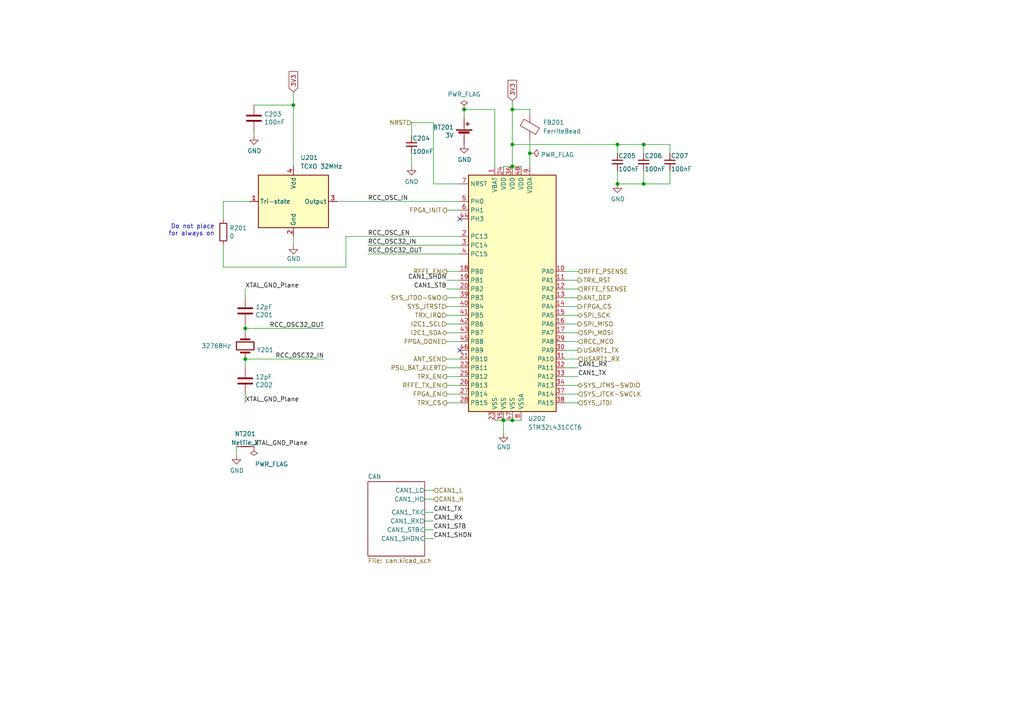
<source format=kicad_sch>
(kicad_sch (version 20211123) (generator eeschema)
  (paper "A4")
  (title_block (title "SIDLOC - MCU") (date "2022-03-10") (company "Libre Space Foundation"))
  (lib_symbols
    (symbol "Device:Battery_Cell" (pin_numbers hide) (pin_names (offset 0) hide)
      (property "Reference" "BT" (at 2.54 2.54 0))
      (property "Value" "Battery_Cell" (at 2.54 0 0))
      (symbol "Battery_Cell_0_1"
        (rectangle (start -2.286 1.778) (end 2.286 1.524) (fill (type outline)))
        (rectangle (start -1.5748 1.1938) (end 1.4732 0.6858) (fill (type outline)))
        (polyline (pts (xy 0 0.762) (xy 0 0)))
        (polyline (pts (xy 0 1.778) (xy 0 2.54)))
        (polyline (pts (xy 0.508 3.429) (xy 1.524 3.429)) (stroke (width 0.254)))
        (polyline (pts (xy 1.016 3.937) (xy 1.016 2.921)) (stroke (width 0.254)))
      )
      (symbol "Battery_Cell_1_1"
        (pin passive line (at 0 5.08 270) (length 2.54) (name "+") (number "1"))
        (pin passive line (at 0 -2.54 90) (length 2.54) (name "-") (number "2"))
      )
    )
    (symbol "Device:C" (pin_numbers hide) (pin_names (offset 0.254))
      (property "Reference" "C" (at 0.635 2.54 0))
      (property "Value" "C" (at 0.635 -2.54 0))
      (symbol "C_0_1"
        (polyline (pts (xy -2.032 -0.762) (xy 2.032 -0.762)) (stroke (width 0.508)))
        (polyline (pts (xy -2.032 0.762) (xy 2.032 0.762)) (stroke (width 0.508)))
      )
      (symbol "C_1_1"
        (pin passive line (at 0 3.81 270) (length 2.794) (name "~") (number "1"))
        (pin passive line (at 0 -3.81 90) (length 2.794) (name "~") (number "2"))
      )
    )
    (symbol "Device:C_Small" (pin_numbers hide) (pin_names (offset 0.254) hide)
      (property "Reference" "C" (at 0.254 1.778 0))
      (property "Value" "C_Small" (at 0.254 -2.032 0))
      (symbol "C_Small_0_1"
        (polyline (pts (xy -1.524 -0.508) (xy 1.524 -0.508)) (stroke (width 0.3302)))
        (polyline (pts (xy -1.524 0.508) (xy 1.524 0.508)) (stroke (width 0.3048)))
      )
      (symbol "C_Small_1_1"
        (pin passive line (at 0 2.54 270) (length 2.032) (name "~") (number "1"))
        (pin passive line (at 0 -2.54 90) (length 2.032) (name "~") (number "2"))
      )
    )
    (symbol "Device:Crystal" (pin_numbers hide) (pin_names (offset 1.016) hide)
      (property "Reference" "Y" (at 0 3.81 0))
      (property "Value" "Crystal" (at 0 -3.81 0))
      (symbol "Crystal_0_1"
        (rectangle (start -1.143 2.54) (end 1.143 -2.54) (stroke (width 0.3048)))
        (polyline (pts (xy -2.54 0) (xy -1.905 0)))
        (polyline (pts (xy -1.905 -1.27) (xy -1.905 1.27)) (stroke (width 0.508)))
        (polyline (pts (xy 1.905 -1.27) (xy 1.905 1.27)) (stroke (width 0.508)))
        (polyline (pts (xy 2.54 0) (xy 1.905 0)))
      )
      (symbol "Crystal_1_1"
        (pin passive line (at -3.81 0 0) (length 1.27) (name "1") (number "1"))
        (pin passive line (at 3.81 0 180) (length 1.27) (name "2") (number "2"))
      )
    )
    (symbol "Device:FerriteBead" (pin_numbers hide) (pin_names (offset 0))
      (property "Reference" "FB" (at -3.81 0.635 90))
      (property "Value" "FerriteBead" (at 3.81 0 90))
      (symbol "FerriteBead_0_1"
        (polyline (pts (xy 0 -1.27) (xy 0 -1.2192)))
        (polyline (pts (xy 0 1.27) (xy 0 1.2954)))
        (polyline (pts (xy -2.7686 0.4064) (xy -1.7018 2.2606) (xy 2.7686 -0.3048) (xy 1.6764 -2.159) (xy -2.7686 0.4064)))
      )
      (symbol "FerriteBead_1_1"
        (pin passive line (at 0 3.81 270) (length 2.54) (name "~") (number "1"))
        (pin passive line (at 0 -3.81 90) (length 2.54) (name "~") (number "2"))
      )
    )
    (symbol "Device:NetTie_2" (pin_numbers hide) (pin_names (offset 0) hide)
      (property "Reference" "NT" (at 0 1.27 0))
      (property "Value" "NetTie_2" (at 0 -1.27 0))
      (symbol "NetTie_2_0_1"
        (polyline (pts (xy -1.27 0) (xy 1.27 0)) (stroke (width 0.254)))
      )
      (symbol "NetTie_2_1_1"
        (pin passive line (at -2.54 0 0) (length 2.54) (name "1") (number "1"))
        (pin passive line (at 2.54 0 180) (length 2.54) (name "2") (number "2"))
      )
    )
    (symbol "Device:R" (pin_numbers hide) (pin_names (offset 0))
      (property "Reference" "R" (at 2.032 0 90))
      (property "Value" "R" (at 0 0 90))
      (symbol "R_0_1"
        (rectangle (start -1.016 -2.54) (end 1.016 2.54) (stroke (width 0.254)))
      )
      (symbol "R_1_1"
        (pin passive line (at 0 3.81 270) (length 1.27) (name "~") (number "1"))
        (pin passive line (at 0 -3.81 90) (length 1.27) (name "~") (number "2"))
      )
    )
    (symbol "MCU_ST_STM32L4:STM32L431CCTx"
      (property "Reference" "U" (at -12.7 34.29 0))
      (property "Value" "STM32L431CCTx" (at 7.62 34.29 0))
      (symbol "STM32L431CCTx_0_1"
        (rectangle (start -12.7 -35.56) (end 12.7 33.02) (stroke (width 0.254)) (fill (type background)))
      )
      (symbol "STM32L431CCTx_1_1"
        (pin power_in line (at -5.08 35.56 270) (length 2.54) (name "VBAT") (number "1"))
        (pin bidirectional line (at 15.24 5.08 180) (length 2.54) (name "PA0") (number "10"))
        (pin bidirectional line (at 15.24 2.54 180) (length 2.54) (name "PA1") (number "11"))
        (pin bidirectional line (at 15.24 0 180) (length 2.54) (name "PA2") (number "12"))
        (pin bidirectional line (at 15.24 -2.54 180) (length 2.54) (name "PA3") (number "13"))
        (pin bidirectional line (at 15.24 -5.08 180) (length 2.54) (name "PA4") (number "14"))
        (pin bidirectional line (at 15.24 -7.62 180) (length 2.54) (name "PA5") (number "15"))
        (pin bidirectional line (at 15.24 -10.16 180) (length 2.54) (name "PA6") (number "16"))
        (pin bidirectional line (at 15.24 -12.7 180) (length 2.54) (name "PA7") (number "17"))
        (pin bidirectional line (at -15.24 5.08 0) (length 2.54) (name "PB0") (number "18"))
        (pin bidirectional line (at -15.24 2.54 0) (length 2.54) (name "PB1") (number "19"))
        (pin bidirectional line (at -15.24 15.24 0) (length 2.54) (name "PC13") (number "2"))
        (pin bidirectional line (at -15.24 0 0) (length 2.54) (name "PB2") (number "20"))
        (pin bidirectional line (at -15.24 -20.32 0) (length 2.54) (name "PB10") (number "21"))
        (pin bidirectional line (at -15.24 -22.86 0) (length 2.54) (name "PB11") (number "22"))
        (pin power_in line (at -5.08 -38.1 90) (length 2.54) (name "VSS") (number "23"))
        (pin power_in line (at -2.54 35.56 270) (length 2.54) (name "VDD") (number "24"))
        (pin bidirectional line (at -15.24 -25.4 0) (length 2.54) (name "PB12") (number "25"))
        (pin bidirectional line (at -15.24 -27.94 0) (length 2.54) (name "PB13") (number "26"))
        (pin bidirectional line (at -15.24 -30.48 0) (length 2.54) (name "PB14") (number "27"))
        (pin bidirectional line (at -15.24 -33.02 0) (length 2.54) (name "PB15") (number "28"))
        (pin bidirectional line (at 15.24 -15.24 180) (length 2.54) (name "PA8") (number "29"))
        (pin bidirectional line (at -15.24 12.7 0) (length 2.54) (name "PC14") (number "3"))
        (pin bidirectional line (at 15.24 -17.78 180) (length 2.54) (name "PA9") (number "30"))
        (pin bidirectional line (at 15.24 -20.32 180) (length 2.54) (name "PA10") (number "31"))
        (pin bidirectional line (at 15.24 -22.86 180) (length 2.54) (name "PA11") (number "32"))
        (pin bidirectional line (at 15.24 -25.4 180) (length 2.54) (name "PA12") (number "33"))
        (pin bidirectional line (at 15.24 -27.94 180) (length 2.54) (name "PA13") (number "34"))
        (pin power_in line (at -2.54 -38.1 90) (length 2.54) (name "VSS") (number "35"))
        (pin power_in line (at 0 35.56 270) (length 2.54) (name "VDD") (number "36"))
        (pin bidirectional line (at 15.24 -30.48 180) (length 2.54) (name "PA14") (number "37"))
        (pin bidirectional line (at 15.24 -33.02 180) (length 2.54) (name "PA15") (number "38"))
        (pin bidirectional line (at -15.24 -2.54 0) (length 2.54) (name "PB3") (number "39"))
        (pin bidirectional line (at -15.24 10.16 0) (length 2.54) (name "PC15") (number "4"))
        (pin bidirectional line (at -15.24 -5.08 0) (length 2.54) (name "PB4") (number "40"))
        (pin bidirectional line (at -15.24 -7.62 0) (length 2.54) (name "PB5") (number "41"))
        (pin bidirectional line (at -15.24 -10.16 0) (length 2.54) (name "PB6") (number "42"))
        (pin bidirectional line (at -15.24 -12.7 0) (length 2.54) (name "PB7") (number "43"))
        (pin bidirectional line (at -15.24 20.32 0) (length 2.54) (name "PH3") (number "44"))
        (pin bidirectional line (at -15.24 -15.24 0) (length 2.54) (name "PB8") (number "45"))
        (pin bidirectional line (at -15.24 -17.78 0) (length 2.54) (name "PB9") (number "46"))
        (pin power_in line (at 0 -38.1 90) (length 2.54) (name "VSS") (number "47"))
        (pin power_in line (at 2.54 35.56 270) (length 2.54) (name "VDD") (number "48"))
        (pin input line (at -15.24 25.4 0) (length 2.54) (name "PH0") (number "5"))
        (pin input line (at -15.24 22.86 0) (length 2.54) (name "PH1") (number "6"))
        (pin input line (at -15.24 30.48 0) (length 2.54) (name "NRST") (number "7"))
        (pin power_in line (at 2.54 -38.1 90) (length 2.54) (name "VSSA") (number "8"))
        (pin power_in line (at 5.08 35.56 270) (length 2.54) (name "VDDA") (number "9"))
      )
    )
    (symbol "lsf-kicad:ECS-TXO-2520"
      (property "Reference" "U" (at 10.16 10.16 0))
      (property "Value" "ECS-TXO-2520" (at -10.16 10.16 0))
      (symbol "ECS-TXO-2520_0_0"
        (text "" (at 19.05 -2.54 0) (effects (font (size 1.27 1.27))))
        (text "" (at 21.59 -6.35 0) (effects (font (size 1.27 1.27))))
      )
      (symbol "ECS-TXO-2520_0_1"
        (rectangle (start -10.16 7.62) (end 10.16 -7.62) (stroke (width 0.254)) (fill (type background)))
      )
      (symbol "ECS-TXO-2520_1_1"
        (pin input line (at -12.7 0 0) (length 2.54) (name "Tri-state") (number "1"))
        (pin power_in line (at 0 -10.16 90) (length 2.54) (name "Gnd") (number "2"))
        (pin output line (at 12.7 0 180) (length 2.54) (name "Output") (number "3"))
        (pin power_in line (at 0 10.16 270) (length 2.54) (name "Vdd") (number "4"))
      )
    )
    (symbol "power:GND" (power) (pin_names (offset 0))
      (property "Value" "GND" (at 0 -3.81 0))
      (symbol "GND_0_1"
        (polyline (pts (xy 0 0) (xy 0 -1.27) (xy 1.27 -1.27) (xy 0 -2.54) (xy -1.27 -1.27) (xy 0 -1.27)))
      )
      (symbol "GND_1_1"
        (pin power_in line (at 0 0 270) (length 0) hide (name "GND") (number "1"))
      )
    )
    (symbol "power:PWR_FLAG" (power) (pin_numbers hide) (pin_names (offset 0) hide)
      (property "Value" "PWR_FLAG" (at 0 3.81 0))
      (symbol "PWR_FLAG_0_0"
        (pin power_out line (at 0 0 90) (length 0) (name "pwr") (number "1"))
      )
      (symbol "PWR_FLAG_0_1"
        (polyline (pts (xy 0 0) (xy 0 1.27) (xy -1.016 1.905) (xy 0 2.54) (xy 1.016 1.905) (xy 0 1.27)))
      )
    )
  )
  (junction (at 71.12 95.25))
  (junction (at 153.67 44.45))
  (junction (at 179.07 53.34))
  (junction (at 179.07 41.91))
  (junction (at 134.62 31.75))
  (junction (at 148.59 48.26))
  (junction (at 146.05 121.92))
  (junction (at 186.69 53.34))
  (junction (at 85.09 30.48))
  (junction (at 71.12 104.14))
  (junction (at 186.69 41.91))
  (junction (at 148.59 121.92))
  (junction (at 148.59 31.75))
  (junction (at 148.59 41.91))
  (no_connect (at 133.35 101.6))
  (no_connect (at 133.35 63.5))
  (wire (pts (xy 133.35 111.76) (xy 129.54 111.76)))
  (wire (pts (xy 71.12 95.25) (xy 71.12 96.52)))
  (wire (pts (xy 133.35 104.14) (xy 129.54 104.14)))
  (wire (pts (xy 133.35 109.22) (xy 129.54 109.22)))
  (wire (pts (xy 148.59 41.91) (xy 148.59 48.26)))
  (wire (pts (xy 119.38 44.45) (xy 119.38 48.26)))
  (wire (pts (xy 129.54 114.3) (xy 133.35 114.3)))
  (wire (pts (xy 129.54 93.98) (xy 133.35 93.98)))
  (wire (pts (xy 153.67 33.02) (xy 153.67 31.75)))
  (wire (pts (xy 134.62 31.75) (xy 134.62 34.29)))
  (wire (pts (xy 125.73 35.56) (xy 125.73 53.34)))
  (wire (pts (xy 186.69 53.34) (xy 194.31 53.34)))
  (wire (pts (xy 143.51 31.75) (xy 134.62 31.75)))
  (wire (pts (xy 85.09 26.67) (xy 85.09 30.48)))
  (wire (pts (xy 186.69 41.91) (xy 186.69 44.45)))
  (wire (pts (xy 153.67 44.45) (xy 153.67 48.26)))
  (wire (pts (xy 153.67 40.64) (xy 153.67 44.45)))
  (wire (pts (xy 100.33 77.47) (xy 100.33 68.58)))
  (wire (pts (xy 163.83 78.74) (xy 167.64 78.74)))
  (wire (pts (xy 123.19 156.21) (xy 125.73 156.21)))
  (wire (pts (xy 123.19 153.67) (xy 125.73 153.67)))
  (wire (pts (xy 64.77 63.5) (xy 64.77 58.42)))
  (wire (pts (xy 163.83 109.22) (xy 167.64 109.22)))
  (wire (pts (xy 85.09 68.58) (xy 85.09 71.12)))
  (wire (pts (xy 163.83 104.14) (xy 167.64 104.14)))
  (wire (pts (xy 163.83 99.06) (xy 167.64 99.06)))
  (wire (pts (xy 179.07 41.91) (xy 186.69 41.91)))
  (wire (pts (xy 133.35 78.74) (xy 129.54 78.74)))
  (wire (pts (xy 68.58 132.08) (xy 68.58 129.54)))
  (wire (pts (xy 186.69 49.53) (xy 186.69 53.34)))
  (wire (pts (xy 71.12 86.36) (xy 71.12 83.82)))
  (wire (pts (xy 125.73 35.56) (xy 119.38 35.56)))
  (wire (pts (xy 106.68 73.66) (xy 133.35 73.66)))
  (wire (pts (xy 163.83 96.52) (xy 167.64 96.52)))
  (wire (pts (xy 106.68 71.12) (xy 133.35 71.12)))
  (wire (pts (xy 194.31 44.45) (xy 194.31 41.91)))
  (wire (pts (xy 97.79 58.42) (xy 133.35 58.42)))
  (wire (pts (xy 71.12 116.84) (xy 71.12 114.3)))
  (wire (pts (xy 64.77 58.42) (xy 72.39 58.42)))
  (wire (pts (xy 163.83 81.28) (xy 167.64 81.28)))
  (wire (pts (xy 73.66 39.37) (xy 73.66 38.1)))
  (wire (pts (xy 163.83 93.98) (xy 167.64 93.98)))
  (wire (pts (xy 133.35 106.68) (xy 129.54 106.68)))
  (wire (pts (xy 146.05 48.26) (xy 148.59 48.26)))
  (wire (pts (xy 71.12 106.68) (xy 71.12 104.14)))
  (wire (pts (xy 163.83 88.9) (xy 167.64 88.9)))
  (wire (pts (xy 163.83 83.82) (xy 167.64 83.82)))
  (wire (pts (xy 163.83 116.84) (xy 167.64 116.84)))
  (wire (pts (xy 71.12 93.98) (xy 71.12 95.25)))
  (wire (pts (xy 179.07 53.34) (xy 186.69 53.34)))
  (wire (pts (xy 129.54 116.84) (xy 133.35 116.84)))
  (wire (pts (xy 163.83 106.68) (xy 167.64 106.68)))
  (wire (pts (xy 153.67 31.75) (xy 148.59 31.75)))
  (wire (pts (xy 71.12 104.14) (xy 93.98 104.14)))
  (wire (pts (xy 163.83 101.6) (xy 167.64 101.6)))
  (wire (pts (xy 85.09 30.48) (xy 85.09 48.26)))
  (wire (pts (xy 163.83 114.3) (xy 167.64 114.3)))
  (wire (pts (xy 133.35 81.28) (xy 129.54 81.28)))
  (wire (pts (xy 133.35 68.58) (xy 100.33 68.58)))
  (wire (pts (xy 146.05 121.92) (xy 146.05 125.73)))
  (wire (pts (xy 133.35 91.44) (xy 129.54 91.44)))
  (wire (pts (xy 123.19 148.59) (xy 125.73 148.59)))
  (wire (pts (xy 133.35 53.34) (xy 125.73 53.34)))
  (wire (pts (xy 123.19 144.78) (xy 125.73 144.78)))
  (wire (pts (xy 148.59 29.21) (xy 148.59 31.75)))
  (wire (pts (xy 146.05 121.92) (xy 148.59 121.92)))
  (wire (pts (xy 148.59 48.26) (xy 151.13 48.26)))
  (wire (pts (xy 143.51 121.92) (xy 146.05 121.92)))
  (wire (pts (xy 64.77 77.47) (xy 100.33 77.47)))
  (wire (pts (xy 163.83 91.44) (xy 167.64 91.44)))
  (wire (pts (xy 148.59 41.91) (xy 179.07 41.91)))
  (wire (pts (xy 119.38 35.56) (xy 119.38 39.37)))
  (wire (pts (xy 123.19 151.13) (xy 125.73 151.13)))
  (wire (pts (xy 163.83 86.36) (xy 167.64 86.36)))
  (wire (pts (xy 186.69 41.91) (xy 194.31 41.91)))
  (wire (pts (xy 133.35 88.9) (xy 129.54 88.9)))
  (wire (pts (xy 179.07 49.53) (xy 179.07 53.34)))
  (wire (pts (xy 73.66 30.48) (xy 85.09 30.48)))
  (wire (pts (xy 194.31 53.34) (xy 194.31 49.53)))
  (wire (pts (xy 133.35 86.36) (xy 129.54 86.36)))
  (wire (pts (xy 133.35 99.06) (xy 129.54 99.06)))
  (wire (pts (xy 163.83 111.76) (xy 167.64 111.76)))
  (wire (pts (xy 71.12 95.25) (xy 93.98 95.25)))
  (wire (pts (xy 129.54 96.52) (xy 133.35 96.52)))
  (wire (pts (xy 133.35 60.96) (xy 129.54 60.96)))
  (wire (pts (xy 133.35 83.82) (xy 129.54 83.82)))
  (wire (pts (xy 179.07 41.91) (xy 179.07 44.45)))
  (wire (pts (xy 123.19 142.24) (xy 125.73 142.24)))
  (wire (pts (xy 148.59 31.75) (xy 148.59 41.91)))
  (wire (pts (xy 143.51 48.26) (xy 143.51 31.75)))
  (wire (pts (xy 148.59 121.92) (xy 151.13 121.92)))
  (wire (pts (xy 64.77 77.47) (xy 64.77 71.12)))
  (text "Do not place\nfor always on" (at 62.23 68.58 180) (effects (font (size 1.27 1.27)) (justify right bottom)))
  (label "XTAL_GND_Plane" (at 73.66 129.54 0))
  (label "CAN1_TX" (at 167.64 109.22 0))
  (label "RCC_OSC_EN" (at 106.68 68.58 0))
  (label "CAN1_STB" (at 129.54 83.82 180))
  (label "CAN1_SHDN" (at 129.54 81.28 180))
  (label "CAN1_SHDN" (at 125.73 156.21 0))
  (label "XTAL_GND_Plane" (at 71.12 83.82 0))
  (label "RCC_OSC32_IN" (at 106.68 71.12 0))
  (label "CAN1_RX" (at 167.64 106.68 0))
  (label "CAN1_TX" (at 125.73 148.59 0))
  (label "RCC_OSC32_IN" (at 93.98 104.14 180))
  (label "RCC_OSC32_OUT" (at 106.68 73.66 0))
  (label "XTAL_GND_Plane" (at 71.12 116.84 0))
  (label "CAN1_STB" (at 125.73 153.67 0))
  (label "RCC_OSC32_OUT" (at 93.98 95.25 180))
  (label "RCC_OSC_IN" (at 106.68 58.42 0))
  (label "CAN1_RX" (at 125.73 151.13 0))
  (global_label "3V3" (shape input) (at 148.59 29.21 90) (property "Intersheet References" "${INTERSHEET_REFS}" (effects hide)))
  (global_label "3V3" (shape input) (at 85.09 26.67 90) (property "Intersheet References" "${INTERSHEET_REFS}" (effects hide)))
  (hierarchical_label "RCC_MCO" (shape input) (at 167.64 99.06 0))
  (hierarchical_label "FPGA_DONE" (shape input) (at 129.54 99.06 180))
  (hierarchical_label "SPI_MISO" (shape output) (at 167.64 93.98 0))
  (hierarchical_label "SYS_JTMS-SWDIO" (shape bidirectional) (at 167.64 111.76 0))
  (hierarchical_label "TRX_EN" (shape output) (at 129.54 109.22 180))
  (hierarchical_label "ANT_DEP" (shape output) (at 167.64 86.36 0))
  (hierarchical_label "RFFE_EN" (shape output) (at 129.54 78.74 180))
  (hierarchical_label "SPI_SCK" (shape bidirectional) (at 167.64 91.44 0))
  (hierarchical_label "PSU_BAT_ALERT" (shape input) (at 129.54 106.68 180))
  (hierarchical_label "FPGA_INIT" (shape output) (at 129.54 60.96 180))
  (hierarchical_label "SYS_JTCK-SWCLK" (shape input) (at 167.64 114.3 0))
  (hierarchical_label "FPGA_CS" (shape output) (at 167.64 88.9 0))
  (hierarchical_label "I2C1_SCL" (shape input) (at 129.54 93.98 180))
  (hierarchical_label "SYS_JTRST" (shape input) (at 129.54 88.9 180))
  (hierarchical_label "CAN1_H" (shape input) (at 125.73 144.78 0))
  (hierarchical_label "SYS_JTDI" (shape input) (at 167.64 116.84 0))
  (hierarchical_label "RFFE_FSENSE" (shape input) (at 167.64 83.82 0))
  (hierarchical_label "I2C1_SDA" (shape bidirectional) (at 129.54 96.52 180))
  (hierarchical_label "SYS_JTDO-SWO" (shape output) (at 129.54 86.36 180))
  (hierarchical_label "RFFE_TX_EN" (shape output) (at 129.54 111.76 180))
  (hierarchical_label "SPI_MOSI" (shape input) (at 167.64 96.52 0))
  (hierarchical_label "USART1_RX" (shape input) (at 167.64 104.14 0))
  (hierarchical_label "CAN1_L" (shape input) (at 125.73 142.24 0))
  (hierarchical_label "TRX_CS" (shape output) (at 129.54 116.84 180))
  (hierarchical_label "RFFE_PSENSE" (shape input) (at 167.64 78.74 0))
  (hierarchical_label "TRX_IRQ" (shape input) (at 129.54 91.44 180))
  (hierarchical_label "ANT_SEN" (shape input) (at 129.54 104.14 180))
  (hierarchical_label "FPGA_EN" (shape output) (at 129.54 114.3 180))
  (hierarchical_label "NRST" (shape input) (at 119.38 35.56 180))
  (hierarchical_label "USART1_TX" (shape output) (at 167.64 101.6 0))
  (hierarchical_label "TRX_RST" (shape output) (at 167.64 81.28 0))
  (symbol (lib_id "power:GND") (at 73.66 39.37 0) (unit 1)
    (property "Reference" "#PWR0202" (effects hide))
    (property "Value" "GND" (at 73.787 43.7642 0))
  )
  (symbol (lib_id "Device:C_Small") (at 119.38 41.91 0) (unit 1)
    (property "Reference" "C204" (at 119.634 40.132 0) (effects (justify left)))
    (property "Value" "100nF" (at 119.634 43.942 0) (effects (justify left)))
    (property "Footprint" "Capacitor_SMD:C_0402_1005Metric" (effects hide))
    (property "Part Number" "CC0402KRX7R7BB104" (effects hide))
  )
  (symbol (lib_id "power:GND") (at 146.05 125.73 0) (unit 1)
    (property "Reference" "#PWR0206" (effects hide))
    (property "Value" "GND" (at 146.1516 129.667 0))
  )
  (symbol (lib_id "Device:C_Small") (at 186.69 46.99 0) (unit 1)
    (property "Reference" "C206" (at 186.944 45.212 0) (effects (justify left)))
    (property "Value" "100nF" (at 186.944 49.022 0) (effects (justify left)))
    (property "Footprint" "Capacitor_SMD:C_0402_1005Metric" (effects hide))
    (property "Part Number" "CC0402KRX7R7BB104" (effects hide))
  )
  (symbol (lib_id "power:GND") (at 85.09 71.12 0) (unit 1)
    (property "Reference" "#PWR0203" (effects hide))
    (property "Value" "GND" (at 85.1916 75.057 0))
  )
  (symbol (lib_id "power:GND") (at 68.58 132.08 0) (unit 1)
    (property "Reference" "#PWR0201" (effects hide))
    (property "Value" "GND" (at 68.707 136.4742 0))
  )
  (symbol (lib_id "Device:C_Small") (at 179.07 46.99 0) (unit 1)
    (property "Reference" "C205" (at 179.324 45.212 0) (effects (justify left)))
    (property "Value" "100nF" (at 179.324 49.022 0) (effects (justify left)))
    (property "Footprint" "Capacitor_SMD:C_0402_1005Metric" (effects hide))
    (property "Part Number" "CC0402KRX7R7BB104" (effects hide))
  )
  (symbol (lib_id "MCU_ST_STM32L4:STM32L431CCTx") (at 148.59 83.82 0) (unit 1)
    (property "Reference" "U202" (at 153.1494 121.4104 0) (effects (justify left)))
    (property "Value" "STM32L431CCT6" (at 153.1494 123.9473 0) (effects (justify left)))
    (property "Footprint" "Package_QFP:LQFP-48_7x7mm_P0.5mm" (effects hide))
    (property "Datasheet" "http://www.st.com/st-web-ui/static/active/en/resource/technical/document/datasheet/DM00257211.pdf" (effects hide))
    (property "Part Number" "STM32L431CCT6" (effects hide))
  )
  (symbol (lib_id "Device:C_Small") (at 194.31 46.99 0) (unit 1)
    (property "Reference" "C207" (at 194.564 45.212 0) (effects (justify left)))
    (property "Value" "100nF" (at 194.564 49.022 0) (effects (justify left)))
    (property "Footprint" "Capacitor_SMD:C_0402_1005Metric" (effects hide))
    (property "Part Number" "CC0402KRX7R7BB104" (effects hide))
  )
  (symbol (lib_id "Device:R") (at 64.77 67.31 0) (unit 1)
    (property "Reference" "R201" (at 66.548 66.1416 0) (effects (justify left)))
    (property "Value" "0" (at 66.548 68.453 0) (effects (justify left)))
    (property "Footprint" "Resistor_SMD:R_0402_1005Metric" (effects hide))
    (property "Part Number" "ERJ-2GE0R00X" (effects hide))
  )
  (symbol (lib_id "power:GND") (at 119.38 48.26 0) (unit 1)
    (property "Reference" "#PWR0204" (effects hide))
    (property "Value" "GND" (at 119.38 52.7034 0))
  )
  (symbol (lib_id "Device:C") (at 71.12 110.49 0) (mirror x) (unit 1)
    (property "Reference" "C202" (at 74.041 111.6584 0) (effects (justify left)))
    (property "Value" "12pF" (at 74.041 109.347 0) (effects (justify left)))
    (property "Footprint" "Capacitor_SMD:C_0402_1005Metric" (effects hide))
    (property "Part Number" "CBR04C120F3GAC" (effects hide))
  )
  (symbol (lib_id "power:PWR_FLAG") (at 73.66 129.54 180) (unit 1)
    (property "Reference" "#FLG0201" (effects hide))
    (property "Value" "PWR_FLAG" (at 78.74 134.62 0))
  )
  (symbol (lib_id "Device:FerriteBead") (at 153.67 36.83 0) (unit 1)
    (property "Reference" "FB201" (at 157.48 35.5091 0) (effects (justify left)))
    (property "Value" "FerriteBead" (at 157.48 38.0491 0) (effects (justify left)))
    (property "Footprint" "Inductor_SMD:L_0603_1608Metric" (effects hide))
    (property "Part Number" "742792602" (effects hide))
  )
  (symbol (lib_id "power:GND") (at 179.07 53.34 0) (unit 1)
    (property "Reference" "#PWR0207" (effects hide))
    (property "Value" "GND" (at 179.197 57.7342 0))
  )
  (symbol (lib_id "power:PWR_FLAG") (at 153.67 44.45 270) (unit 1)
    (property "Reference" "#FLG0205" (effects hide))
    (property "Value" "PWR_FLAG" (at 156.845 44.8838 90) (effects (justify left)))
  )
  (symbol (lib_id "lsf-kicad:ECS-TXO-2520") (at 85.09 58.42 0) (unit 1)
    (property "Reference" "U201" (at 87.1094 45.72 0) (effects (justify left)))
    (property "Value" "TCXO 32MHz" (at 87.1094 48.26 0) (effects (justify left)))
    (property "Footprint" "lsf-kicad-lib:Oscillator_SMD_EST_TXO_2520_4PIN_2X2.5mm" (effects hide))
    (property "Datasheet" "https://ecsxtal.com/store/pdf/ECS-TXO-2520.pdf" (effects hide))
    (property "Part Number" "ECS-TXO-2520MV-320-AY-TR" (effects hide))
  )
  (symbol (lib_id "Device:C") (at 71.12 90.17 0) (mirror x) (unit 1)
    (property "Reference" "C201" (at 74.041 91.3384 0) (effects (justify left)))
    (property "Value" "12pF" (at 74.041 89.027 0) (effects (font italic) (justify left)))
    (property "Footprint" "Capacitor_SMD:C_0402_1005Metric" (effects hide))
    (property "Part Number" "CBR04C120F3GAC" (effects hide))
  )
  (symbol (lib_id "Device:NetTie_2") (at 71.12 129.54 0) (unit 1) (in_bom no)
    (property "Reference" "NT201" (at 71.12 125.8402 0))
    (property "Value" "NetTie_2" (at 71.12 128.3771 0))
    (property "Footprint" "NetTie:NetTie-2_SMD_Pad0.5mm" (effects hide))
  )
  (symbol (lib_id "power:GND") (at 134.62 41.91 0) (unit 1)
    (property "Reference" "#PWR0205" (effects hide))
    (property "Value" "GND" (at 134.747 46.3042 0))
  )
  (symbol (lib_id "power:PWR_FLAG") (at 134.62 31.75 0) (unit 1)
    (property "Reference" "#FLG0203" (effects hide))
    (property "Value" "PWR_FLAG" (at 134.62 27.3558 0))
  )
  (symbol (lib_id "Device:C") (at 73.66 34.29 0) (unit 1)
    (property "Reference" "C203" (at 76.581 33.1216 0) (effects (justify left)))
    (property "Value" "100nF" (at 76.581 35.433 0) (effects (justify left)))
    (property "Footprint" "Capacitor_SMD:C_0402_1005Metric" (effects hide))
    (property "Part Number" "CC0402KRX7R7BB104" (effects hide))
  )
  (symbol (lib_id "Device:Battery_Cell") (at 134.62 39.37 0) (unit 1)
    (property "Reference" "BT201" (at 131.6482 36.9316 0) (effects (justify right)))
    (property "Value" "3V" (at 131.6482 39.243 0) (effects (justify right)))
    (property "Footprint" "Battery:BatteryHolder_Seiko_MS621F" (effects hide))
    (property "Part Number" "MS621F" (effects hide))
  )
  (symbol (lib_id "Device:Crystal") (at 71.12 100.33 270) (mirror x) (unit 1)
    (property "Reference" "Y201" (at 74.4474 101.4984 90) (effects (justify left)))
    (property "Value" "32768Hz" (at 58.42 100.33 90) (effects (justify left)))
    (property "Footprint" "Crystal:Crystal_SMD_3215-2Pin_3.2x1.5mm" (effects hide))
    (property "Part Number" "ABS07-32.768KHZ-7-T" (effects hide))
  )
  (sheet (at 106.68 139.7) (size 16.51 21.59) (stroke (width 0.1524))
    (property "Sheet name" "CAN" (at 106.68 138.9884 0) (effects (justify left bottom)))
    (property "Sheet file" "can.kicad_sch" (at 106.68 161.8746 0) (effects (justify left top)))
    (pin "CAN1_TX" input (at 123.19 148.59 0))
    (pin "CAN1_RX" output (at 123.19 151.13 0))
    (pin "CAN1_H" output (at 123.19 144.78 0))
    (pin "CAN1_L" output (at 123.19 142.24 0))
    (pin "CAN1_STB" input (at 123.19 153.67 0))
    (pin "CAN1_SHDN" input (at 123.19 156.21 0))
  )
)
</source>
